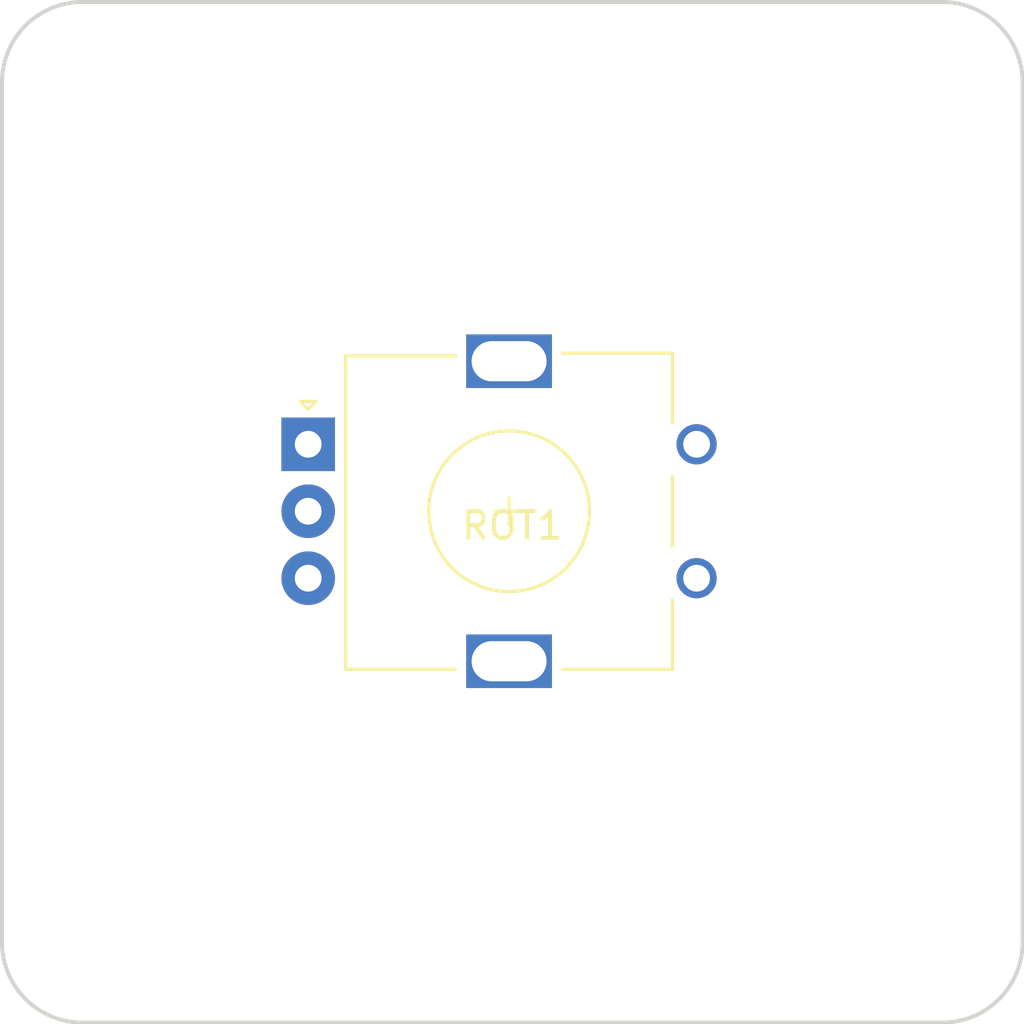
<source format=kicad_pcb>

            
(kicad_pcb (version 20171130) (host pcbnew 5.1.6)

  (page A3)
  (title_block
    (title ec11)
    (rev 2024.03.25)
    (company "Travis Hardiman")
  )

  (general
    (thickness 1.6)
  )

  (layers
    (0 F.Cu signal)
    (31 B.Cu signal)
    (32 B.Adhes user)
    (33 F.Adhes user)
    (34 B.Paste user)
    (35 F.Paste user)
    (36 B.SilkS user)
    (37 F.SilkS user)
    (38 B.Mask user)
    (39 F.Mask user)
    (40 Dwgs.User user)
    (41 Cmts.User user)
    (42 Eco1.User user)
    (43 Eco2.User user)
    (44 Edge.Cuts user)
    (45 Margin user)
    (46 B.CrtYd user)
    (47 F.CrtYd user)
    (48 B.Fab user)
    (49 F.Fab user)
  )

  (setup
    (last_trace_width 0.25)
    (trace_clearance 0.2)
    (zone_clearance 0.508)
    (zone_45_only no)
    (trace_min 0.2)
    (via_size 0.8)
    (via_drill 0.4)
    (via_min_size 0.4)
    (via_min_drill 0.3)
    (uvia_size 0.3)
    (uvia_drill 0.1)
    (uvias_allowed no)
    (uvia_min_size 0.2)
    (uvia_min_drill 0.1)
    (edge_width 0.05)
    (segment_width 0.2)
    (pcb_text_width 0.3)
    (pcb_text_size 1.5 1.5)
    (mod_edge_width 0.12)
    (mod_text_size 1 1)
    (mod_text_width 0.15)
    (pad_size 1.524 1.524)
    (pad_drill 0.762)
    (pad_to_mask_clearance 0.05)
    (aux_axis_origin 0 0)
    (visible_elements FFFFFF7F)
    (pcbplotparams
      (layerselection 0x010fc_ffffffff)
      (usegerberextensions false)
      (usegerberattributes true)
      (usegerberadvancedattributes true)
      (creategerberjobfile true)
      (excludeedgelayer true)
      (linewidth 0.100000)
      (plotframeref false)
      (viasonmask false)
      (mode 1)
      (useauxorigin false)
      (hpglpennumber 1)
      (hpglpenspeed 20)
      (hpglpendiameter 15.000000)
      (psnegative false)
      (psa4output false)
      (plotreference true)
      (plotvalue true)
      (plotinvisibletext false)
      (padsonsilk false)
      (subtractmaskfromsilk false)
      (outputformat 1)
      (mirror false)
      (drillshape 1)
      (scaleselection 1)
      (outputdirectory ""))
  )

            (net 0 "")
(net 1 "from_col")
(net 2 "to_diode")
(net 3 "rotA")
(net 4 "rotB")
(net 5 "rotC")
            
  (net_class Default "This is the default net class."
    (clearance 0.2)
    (trace_width 0.25)
    (via_dia 0.8)
    (via_drill 0.4)
    (uvia_dia 0.3)
    (uvia_drill 0.1)
    (add_net "")
(add_net "from_col")
(add_net "to_diode")
(add_net "rotA")
(add_net "rotB")
(add_net "rotC")
  )

            
        (module "travis:ec11" (layer F.Cu)

            (at 0 0 0)
        
            
            (fp_text reference "ROT1" (at 0 0.5 0) (layer F.SilkS) 
                (effects (font (size 1 1) (thickness 0.15)))
            )
            (fp_text value "EC11" (at 0 8.89 0) (layer F.Fab) hide
                (effects (font (size 0.8 0.8) (thickness 0.15)))
            )

            
            (fp_line (start -0.62 -0.04) (end 0.38 -0.04) (layer F.SilkS) (width 0.12))
            (fp_line (start -0.12 -0.54) (end -0.12 0.46) (layer F.SilkS) (width 0.12))
            (fp_line (start 5.98 3.26) (end 5.98 5.86) (layer F.SilkS) (width 0.12))
            (fp_line (start 5.98 -1.34) (end 5.98 1.26) (layer F.SilkS) (width 0.12))
            (fp_line (start 5.98 -5.94) (end 5.98 -3.34) (layer F.SilkS) (width 0.12))
            (fp_line (start -3.12 -0.04) (end 2.88 -0.04) (layer F.Fab) (width 0.12))
            (fp_line (start -0.12 -3.04) (end -0.12 2.96) (layer F.Fab) (width 0.12))
            (fp_line (start -7.32 -4.14) (end -7.62 -3.84) (layer F.SilkS) (width 0.12))
            (fp_line (start -7.92 -4.14) (end -7.32 -4.14) (layer F.SilkS) (width 0.12))
            (fp_line (start -7.62 -3.84) (end -7.92 -4.14) (layer F.SilkS) (width 0.12))
            (fp_line (start -6.22 -5.84) (end -6.22 5.86) (layer F.SilkS) (width 0.12))
            (fp_line (start -2.12 -5.84) (end -6.22 -5.84) (layer F.SilkS) (width 0.12))
            (fp_line (start -2.12 5.86) (end -6.22 5.86) (layer F.SilkS) (width 0.12))
            (fp_line (start 5.98 5.86) (end 1.88 5.86) (layer F.SilkS) (width 0.12))
            (fp_line (start 1.88 -5.94) (end 5.98 -5.94) (layer F.SilkS) (width 0.12))
            (fp_line (start -6.12 -4.74) (end -5.12 -5.84) (layer F.Fab) (width 0.12))
            (fp_line (start -6.12 5.76) (end -6.12 -4.74) (layer F.Fab) (width 0.12))
            (fp_line (start 5.88 5.76) (end -6.12 5.76) (layer F.Fab) (width 0.12))
            (fp_line (start 5.88 -5.84) (end 5.88 5.76) (layer F.Fab) (width 0.12))
            (fp_line (start -5.12 -5.84) (end 5.88 -5.84) (layer F.Fab) (width 0.12))
            (fp_line (start -8.87 -6.89) (end 7.88 -6.89) (layer F.CrtYd) (width 0.05))
            (fp_line (start -8.87 -6.89) (end -8.87 6.81) (layer F.CrtYd) (width 0.05))
            (fp_line (start 7.88 6.81) (end 7.88 -6.89) (layer F.CrtYd) (width 0.05))
            (fp_line (start 7.88 6.81) (end -8.87 6.81) (layer F.CrtYd) (width 0.05))
            (fp_circle (center -0.12 -0.04) (end 2.88 -0.04) (layer F.SilkS) (width 0.12))
            (fp_circle (center -0.12 -0.04) (end 2.88 -0.04) (layer F.Fab) (width 0.12))

            
            (pad A thru_hole rect (at -7.62 -2.54 0) (size 2 2) (drill 1) (layers *.Cu *.Mask) (net 3 "rotA"))
            (pad C thru_hole circle (at -7.62 -0.04) (size 2 2) (drill 1) (layers *.Cu *.Mask) (net 5 "rotC"))
            (pad B thru_hole circle (at -7.62 2.46) (size 2 2) (drill 1) (layers *.Cu *.Mask) (net 4 "rotB"))
            (pad 1 thru_hole circle (at 6.88 -2.54) (size 1.5 1.5) (drill 1) (layers *.Cu *.Mask) (net 1 "from_col"))
            (pad 2 thru_hole circle (at 6.88 2.46) (size 1.5 1.5) (drill 1) (layers *.Cu *.Mask) (net 2 "to_diode"))

            
            (pad "" thru_hole rect (at -0.12 -5.64 0) (size 3.2 2) (drill oval 2.8 1.5) (layers *.Cu *.Mask))
            (pad "" thru_hole rect (at -0.12 5.56 0)  (size 3.2 2) (drill oval 2.8 1.5) (layers *.Cu *.Mask))

            (model "${TRAVIS_KICAD}/ec11.step"
                (offset (xyz 0 0 0))
                (scale (xyz 1 1 1))
                (rotate (xyz 0 0 90))
            )
        )
    
            (gr_line (start -19.05 16.05) (end -19.05 -16.05) (angle 90) (layer Edge.Cuts) (width 0.15))
(gr_line (start -16.05 -19.05) (end 16.05 -19.05) (angle 90) (layer Edge.Cuts) (width 0.15))
(gr_line (start 19.05 -16.05) (end 19.05 16.05) (angle 90) (layer Edge.Cuts) (width 0.15))
(gr_line (start 16.05 19.05) (end -16.05 19.05) (angle 90) (layer Edge.Cuts) (width 0.15))
(gr_arc (start -16.05 -16.05) (end -16.05 -19.05) (angle -90) (layer Edge.Cuts) (width 0.15))
(gr_arc (start 16.05 -16.05) (end 19.05 -16.05) (angle -90) (layer Edge.Cuts) (width 0.15))
(gr_arc (start 16.05 16.05) (end 16.05 19.05) (angle -90) (layer Edge.Cuts) (width 0.15))
(gr_arc (start -16.05 16.05) (end -19.05 16.05) (angle -90) (layer Edge.Cuts) (width 0.15))
            
)

        
</source>
